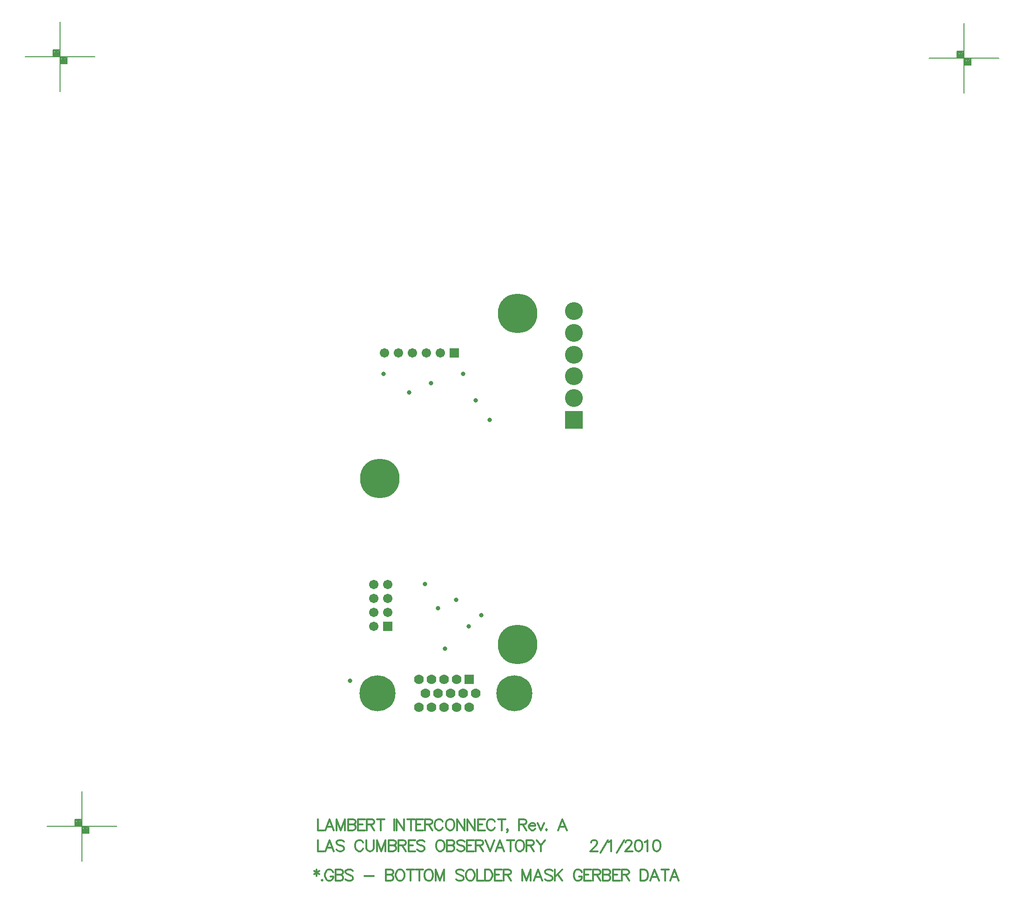
<source format=gbs>
%FSLAX25Y25*%
%MOIN*%
G70*
G01*
G75*
G04 Layer_Color=16711935*
%ADD10C,0.01000*%
%ADD11C,0.03000*%
%ADD12C,0.01201*%
%ADD13C,0.00800*%
%ADD14C,0.01200*%
%ADD15C,0.01201*%
%ADD16R,0.05906X0.05906*%
%ADD17C,0.05906*%
%ADD18C,0.27559*%
%ADD19R,0.05906X0.05906*%
%ADD20R,0.12000X0.12000*%
%ADD21C,0.12000*%
%ADD22C,0.25000*%
%ADD23R,0.06200X0.06200*%
%ADD24C,0.06200*%
%ADD25C,0.02400*%
%ADD26C,0.04000*%
%ADD27C,0.07543*%
%ADD28C,0.19748*%
G04:AMPARAMS|DCode=29|XSize=95.433mil|YSize=95.433mil|CornerRadius=0mil|HoleSize=0mil|Usage=FLASHONLY|Rotation=0.000|XOffset=0mil|YOffset=0mil|HoleType=Round|Shape=Relief|Width=10mil|Gap=10mil|Entries=4|*
%AMTHD29*
7,0,0,0.09543,0.07543,0.01000,45*
%
%ADD29THD29*%
%ADD30C,0.11000*%
G04:AMPARAMS|DCode=31|XSize=130mil|YSize=130mil|CornerRadius=0mil|HoleSize=0mil|Usage=FLASHONLY|Rotation=0.000|XOffset=0mil|YOffset=0mil|HoleType=Round|Shape=Relief|Width=10mil|Gap=10mil|Entries=4|*
%AMTHD31*
7,0,0,0.13000,0.11000,0.01000,45*
%
%ADD31THD31*%
%ADD32C,0.16000*%
%ADD33C,0.07500*%
G04:AMPARAMS|DCode=34|XSize=95mil|YSize=95mil|CornerRadius=0mil|HoleSize=0mil|Usage=FLASHONLY|Rotation=0.000|XOffset=0mil|YOffset=0mil|HoleType=Round|Shape=Relief|Width=10mil|Gap=10mil|Entries=4|*
%AMTHD34*
7,0,0,0.09500,0.07500,0.01000,45*
%
%ADD34THD34*%
%ADD35C,0.05000*%
%ADD36C,0.00500*%
%ADD37C,0.00787*%
%ADD38R,0.18504X0.26378*%
%ADD39R,0.06706X0.06706*%
%ADD40C,0.06706*%
%ADD41C,0.28359*%
%ADD42R,0.06706X0.06706*%
%ADD43R,0.12800X0.12800*%
%ADD44C,0.12800*%
%ADD45C,0.25800*%
%ADD46R,0.07000X0.07000*%
%ADD47C,0.07000*%
%ADD48C,0.03200*%
D12*
X-13844Y-103419D02*
Y-107990D01*
X-15748Y-104562D02*
X-11939Y-106847D01*
Y-104562D02*
X-15748Y-106847D01*
X-9921Y-110656D02*
X-10302Y-111036D01*
X-9921Y-111417D01*
X-9540Y-111036D01*
X-9921Y-110656D01*
X-2075Y-105323D02*
X-2456Y-104562D01*
X-3217Y-103800D01*
X-3979Y-103419D01*
X-5503D01*
X-6264Y-103800D01*
X-7026Y-104562D01*
X-7407Y-105323D01*
X-7788Y-106466D01*
Y-108370D01*
X-7407Y-109513D01*
X-7026Y-110275D01*
X-6264Y-111036D01*
X-5503Y-111417D01*
X-3979D01*
X-3217Y-111036D01*
X-2456Y-110275D01*
X-2075Y-109513D01*
Y-108370D01*
X-3979D02*
X-2075D01*
X-247Y-103419D02*
Y-111417D01*
Y-103419D02*
X3181D01*
X4324Y-103800D01*
X4705Y-104181D01*
X5086Y-104943D01*
Y-105704D01*
X4705Y-106466D01*
X4324Y-106847D01*
X3181Y-107228D01*
X-247D02*
X3181D01*
X4324Y-107609D01*
X4705Y-107990D01*
X5086Y-108751D01*
Y-109894D01*
X4705Y-110656D01*
X4324Y-111036D01*
X3181Y-111417D01*
X-247D01*
X12208Y-104562D02*
X11446Y-103800D01*
X10304Y-103419D01*
X8780D01*
X7637Y-103800D01*
X6876Y-104562D01*
Y-105323D01*
X7257Y-106085D01*
X7637Y-106466D01*
X8399Y-106847D01*
X10684Y-107609D01*
X11446Y-107990D01*
X11827Y-108370D01*
X12208Y-109132D01*
Y-110275D01*
X11446Y-111036D01*
X10304Y-111417D01*
X8780D01*
X7637Y-111036D01*
X6876Y-110275D01*
X20282Y-107990D02*
X27138D01*
X35784Y-103419D02*
Y-111417D01*
Y-103419D02*
X39212D01*
X40354Y-103800D01*
X40735Y-104181D01*
X41116Y-104943D01*
Y-105704D01*
X40735Y-106466D01*
X40354Y-106847D01*
X39212Y-107228D01*
X35784D02*
X39212D01*
X40354Y-107609D01*
X40735Y-107990D01*
X41116Y-108751D01*
Y-109894D01*
X40735Y-110656D01*
X40354Y-111036D01*
X39212Y-111417D01*
X35784D01*
X45191Y-103419D02*
X44429Y-103800D01*
X43668Y-104562D01*
X43287Y-105323D01*
X42906Y-106466D01*
Y-108370D01*
X43287Y-109513D01*
X43668Y-110275D01*
X44429Y-111036D01*
X45191Y-111417D01*
X46715D01*
X47477Y-111036D01*
X48238Y-110275D01*
X48619Y-109513D01*
X49000Y-108370D01*
Y-106466D01*
X48619Y-105323D01*
X48238Y-104562D01*
X47477Y-103800D01*
X46715Y-103419D01*
X45191D01*
X53532D02*
Y-111417D01*
X50866Y-103419D02*
X56199D01*
X59817D02*
Y-111417D01*
X57151Y-103419D02*
X62483D01*
X65720D02*
X64959Y-103800D01*
X64197Y-104562D01*
X63816Y-105323D01*
X63435Y-106466D01*
Y-108370D01*
X63816Y-109513D01*
X64197Y-110275D01*
X64959Y-111036D01*
X65720Y-111417D01*
X67244D01*
X68005Y-111036D01*
X68767Y-110275D01*
X69148Y-109513D01*
X69529Y-108370D01*
Y-106466D01*
X69148Y-105323D01*
X68767Y-104562D01*
X68005Y-103800D01*
X67244Y-103419D01*
X65720D01*
X71395D02*
Y-111417D01*
Y-103419D02*
X74442Y-111417D01*
X77489Y-103419D02*
X74442Y-111417D01*
X77489Y-103419D02*
Y-111417D01*
X91391Y-104562D02*
X90629Y-103800D01*
X89487Y-103419D01*
X87963D01*
X86821Y-103800D01*
X86059Y-104562D01*
Y-105323D01*
X86440Y-106085D01*
X86821Y-106466D01*
X87582Y-106847D01*
X89867Y-107609D01*
X90629Y-107990D01*
X91010Y-108370D01*
X91391Y-109132D01*
Y-110275D01*
X90629Y-111036D01*
X89487Y-111417D01*
X87963D01*
X86821Y-111036D01*
X86059Y-110275D01*
X95466Y-103419D02*
X94705Y-103800D01*
X93943Y-104562D01*
X93562Y-105323D01*
X93181Y-106466D01*
Y-108370D01*
X93562Y-109513D01*
X93943Y-110275D01*
X94705Y-111036D01*
X95466Y-111417D01*
X96990D01*
X97751Y-111036D01*
X98513Y-110275D01*
X98894Y-109513D01*
X99275Y-108370D01*
Y-106466D01*
X98894Y-105323D01*
X98513Y-104562D01*
X97751Y-103800D01*
X96990Y-103419D01*
X95466D01*
X101141D02*
Y-111417D01*
X105712D01*
X106588Y-103419D02*
Y-111417D01*
Y-103419D02*
X109254D01*
X110396Y-103800D01*
X111158Y-104562D01*
X111539Y-105323D01*
X111920Y-106466D01*
Y-108370D01*
X111539Y-109513D01*
X111158Y-110275D01*
X110396Y-111036D01*
X109254Y-111417D01*
X106588D01*
X118661Y-103419D02*
X113710D01*
Y-111417D01*
X118661D01*
X113710Y-107228D02*
X116757D01*
X119994Y-103419D02*
Y-111417D01*
Y-103419D02*
X123422D01*
X124565Y-103800D01*
X124946Y-104181D01*
X125327Y-104943D01*
Y-105704D01*
X124946Y-106466D01*
X124565Y-106847D01*
X123422Y-107228D01*
X119994D01*
X122660D02*
X125327Y-111417D01*
X133401Y-103419D02*
Y-111417D01*
Y-103419D02*
X136448Y-111417D01*
X139495Y-103419D02*
X136448Y-111417D01*
X139495Y-103419D02*
Y-111417D01*
X147874D02*
X144827Y-103419D01*
X141780Y-111417D01*
X142923Y-108751D02*
X146731D01*
X155072Y-104562D02*
X154311Y-103800D01*
X153168Y-103419D01*
X151645D01*
X150502Y-103800D01*
X149740Y-104562D01*
Y-105323D01*
X150121Y-106085D01*
X150502Y-106466D01*
X151264Y-106847D01*
X153549Y-107609D01*
X154311Y-107990D01*
X154692Y-108370D01*
X155072Y-109132D01*
Y-110275D01*
X154311Y-111036D01*
X153168Y-111417D01*
X151645D01*
X150502Y-111036D01*
X149740Y-110275D01*
X156863Y-103419D02*
Y-111417D01*
X162195Y-103419D02*
X156863Y-108751D01*
X158767Y-106847D02*
X162195Y-111417D01*
X175982Y-105323D02*
X175601Y-104562D01*
X174840Y-103800D01*
X174078Y-103419D01*
X172555D01*
X171793Y-103800D01*
X171031Y-104562D01*
X170650Y-105323D01*
X170269Y-106466D01*
Y-108370D01*
X170650Y-109513D01*
X171031Y-110275D01*
X171793Y-111036D01*
X172555Y-111417D01*
X174078D01*
X174840Y-111036D01*
X175601Y-110275D01*
X175982Y-109513D01*
Y-108370D01*
X174078D02*
X175982D01*
X182762Y-103419D02*
X177811D01*
Y-111417D01*
X182762D01*
X177811Y-107228D02*
X180858D01*
X184095Y-103419D02*
Y-111417D01*
Y-103419D02*
X187523D01*
X188665Y-103800D01*
X189046Y-104181D01*
X189427Y-104943D01*
Y-105704D01*
X189046Y-106466D01*
X188665Y-106847D01*
X187523Y-107228D01*
X184095D01*
X186761D02*
X189427Y-111417D01*
X191217Y-103419D02*
Y-111417D01*
Y-103419D02*
X194645D01*
X195788Y-103800D01*
X196168Y-104181D01*
X196549Y-104943D01*
Y-105704D01*
X196168Y-106466D01*
X195788Y-106847D01*
X194645Y-107228D01*
X191217D02*
X194645D01*
X195788Y-107609D01*
X196168Y-107990D01*
X196549Y-108751D01*
Y-109894D01*
X196168Y-110656D01*
X195788Y-111036D01*
X194645Y-111417D01*
X191217D01*
X203291Y-103419D02*
X198339D01*
Y-111417D01*
X203291D01*
X198339Y-107228D02*
X201386D01*
X204624Y-103419D02*
Y-111417D01*
Y-103419D02*
X208052D01*
X209194Y-103800D01*
X209575Y-104181D01*
X209956Y-104943D01*
Y-105704D01*
X209575Y-106466D01*
X209194Y-106847D01*
X208052Y-107228D01*
X204624D01*
X207290D02*
X209956Y-111417D01*
X218030Y-103419D02*
Y-111417D01*
Y-103419D02*
X220696D01*
X221839Y-103800D01*
X222601Y-104562D01*
X222982Y-105323D01*
X223363Y-106466D01*
Y-108370D01*
X222982Y-109513D01*
X222601Y-110275D01*
X221839Y-111036D01*
X220696Y-111417D01*
X218030D01*
X231247D02*
X228200Y-103419D01*
X225153Y-111417D01*
X226295Y-108751D02*
X230104D01*
X235779Y-103419D02*
Y-111417D01*
X233113Y-103419D02*
X238445D01*
X245491Y-111417D02*
X242444Y-103419D01*
X239397Y-111417D01*
X240540Y-108751D02*
X244349D01*
D13*
X-207028Y-72528D02*
X-157028D01*
X-182028Y-97528D02*
Y-47528D01*
X-187028Y-67528D02*
X-187028Y-72528D01*
X-187028Y-67528D02*
X-182028Y-67528D01*
X-177028Y-72528D02*
X-177028Y-77528D01*
X-182028Y-77528D02*
X-177028Y-77528D01*
X-181528Y-73028D02*
X-177528D01*
Y-77028D02*
Y-73028D01*
X-181528Y-77028D02*
X-177528D01*
X-181528D02*
Y-73028D01*
X-181028Y-73528D02*
X-178028D01*
Y-76528D02*
Y-73528D01*
X-181028Y-76528D02*
X-178028D01*
X-181028D02*
Y-74028D01*
X-180528D02*
X-178528D01*
X-178528Y-76028D01*
X-180528Y-76028D02*
X-178528Y-76028D01*
X-180528Y-76028D02*
Y-74528D01*
X-180028Y-74528D02*
X-179028Y-74528D01*
Y-75528D02*
Y-74528D01*
X-180028Y-75528D02*
X-179028D01*
X-180028D02*
X-180028Y-74528D01*
Y-75028D02*
X-179028D01*
X-186528Y-68028D02*
X-182528D01*
Y-72028D02*
Y-68028D01*
X-186528Y-72028D02*
X-182528D01*
X-186528D02*
Y-68028D01*
X-186028Y-68528D02*
X-183028D01*
Y-71528D02*
Y-68528D01*
X-186028Y-71528D02*
X-183028D01*
X-186028D02*
Y-69028D01*
X-185528D02*
X-183528Y-69028D01*
Y-71028D02*
Y-69028D01*
X-185528Y-71028D02*
X-183528D01*
X-185528D02*
Y-69528D01*
X-185028D02*
X-184028D01*
X-184028Y-70528D02*
X-184028Y-69528D01*
X-185028Y-70528D02*
X-184028Y-70528D01*
X-185028Y-70528D02*
Y-69528D01*
Y-70028D02*
X-184028D01*
X-222728Y479172D02*
X-172728D01*
X-197728Y454172D02*
Y504172D01*
X-202728Y484172D02*
X-202728Y479172D01*
X-202728Y484172D02*
X-197728Y484172D01*
X-192728Y479172D02*
X-192728Y474172D01*
X-197728Y474172D02*
X-192728Y474172D01*
X-197228Y478672D02*
X-193228D01*
Y474672D02*
Y478672D01*
X-197228Y474672D02*
X-193228D01*
X-197228D02*
Y478672D01*
X-196728Y478172D02*
X-193728D01*
Y475172D02*
Y478172D01*
X-196728Y475172D02*
X-193728D01*
X-196728D02*
Y477672D01*
X-196228D02*
X-194228D01*
X-194228Y475672D01*
X-196228Y475672D02*
X-194228Y475672D01*
X-196228Y475672D02*
Y477172D01*
X-195728Y477172D02*
X-194728Y477172D01*
Y476172D02*
Y477172D01*
X-195728Y476172D02*
X-194728D01*
X-195728D02*
X-195728Y477172D01*
Y476672D02*
X-194728D01*
X-202228Y483672D02*
X-198228D01*
Y479672D02*
Y483672D01*
X-202228Y479672D02*
X-198228D01*
X-202228D02*
Y483672D01*
X-201728Y483172D02*
X-198728D01*
Y480172D02*
Y483172D01*
X-201728Y480172D02*
X-198728D01*
X-201728D02*
Y482672D01*
X-201228D02*
X-199228Y482672D01*
Y480672D02*
Y482672D01*
X-201227Y480672D02*
X-199228D01*
X-201227D02*
Y482172D01*
X-200728D02*
X-199727D01*
X-199728Y481172D02*
X-199727Y482172D01*
X-200728Y481172D02*
X-199728Y481172D01*
X-200728Y481172D02*
Y482172D01*
Y481672D02*
X-199728D01*
X424872Y478372D02*
X474872D01*
X449872Y453372D02*
Y503372D01*
X444872Y483372D02*
X444873Y478372D01*
X444872Y483372D02*
X449872Y483372D01*
X454872Y478372D02*
X454872Y473372D01*
X449872Y473372D02*
X454872Y473372D01*
X450372Y477872D02*
X454372D01*
Y473872D02*
Y477872D01*
X450372Y473872D02*
X454372D01*
X450372D02*
Y477872D01*
X450872Y477372D02*
X453872D01*
Y474372D02*
Y477372D01*
X450872Y474372D02*
X453872D01*
X450872D02*
Y476872D01*
X451372D02*
X453372D01*
X453372Y474872D01*
X451372Y474872D02*
X453372Y474872D01*
X451372Y474872D02*
Y476372D01*
X451872Y476372D02*
X452872Y476372D01*
Y475372D02*
Y476372D01*
X451872Y475372D02*
X452872D01*
X451872D02*
X451872Y476372D01*
Y475872D02*
X452872D01*
X445372Y482872D02*
X449372D01*
Y478872D02*
Y482872D01*
X445372Y478872D02*
X449372D01*
X445372D02*
Y482872D01*
X445872Y482372D02*
X448872D01*
Y479372D02*
Y482372D01*
X445872Y479372D02*
X448872D01*
X445872D02*
Y481872D01*
X446372D02*
X448372Y481872D01*
Y479872D02*
Y481872D01*
X446373Y479872D02*
X448372D01*
X446373D02*
Y481372D01*
X446872D02*
X447872D01*
X447872Y480372D02*
X447872Y481372D01*
X446872Y480372D02*
X447872Y480372D01*
X446872Y480372D02*
Y481372D01*
Y480872D02*
X447872D01*
D14*
X-13028Y-67283D02*
Y-75281D01*
X-8458D01*
X-1488D02*
X-4535Y-67283D01*
X-7582Y-75281D01*
X-6439Y-72615D02*
X-2631D01*
X378Y-67283D02*
Y-75281D01*
Y-67283D02*
X3425Y-75281D01*
X6472Y-67283D02*
X3425Y-75281D01*
X6472Y-67283D02*
Y-75281D01*
X8758Y-67283D02*
Y-75281D01*
Y-67283D02*
X12185D01*
X13328Y-67664D01*
X13709Y-68045D01*
X14090Y-68806D01*
Y-69568D01*
X13709Y-70330D01*
X13328Y-70711D01*
X12185Y-71092D01*
X8758D02*
X12185D01*
X13328Y-71472D01*
X13709Y-71853D01*
X14090Y-72615D01*
Y-73758D01*
X13709Y-74519D01*
X13328Y-74900D01*
X12185Y-75281D01*
X8758D01*
X20831Y-67283D02*
X15880D01*
Y-75281D01*
X20831D01*
X15880Y-71092D02*
X18927D01*
X22164Y-67283D02*
Y-75281D01*
Y-67283D02*
X25592D01*
X26735Y-67664D01*
X27115Y-68045D01*
X27496Y-68806D01*
Y-69568D01*
X27115Y-70330D01*
X26735Y-70711D01*
X25592Y-71092D01*
X22164D01*
X24830D02*
X27496Y-75281D01*
X31953Y-67283D02*
Y-75281D01*
X29286Y-67283D02*
X34619D01*
X41855D02*
Y-75281D01*
X43531Y-67283D02*
Y-75281D01*
Y-67283D02*
X48863Y-75281D01*
Y-67283D02*
Y-75281D01*
X53738Y-67283D02*
Y-75281D01*
X51072Y-67283D02*
X56404D01*
X62308D02*
X57357D01*
Y-75281D01*
X62308D01*
X57357Y-71092D02*
X60404D01*
X63641Y-67283D02*
Y-75281D01*
Y-67283D02*
X67069D01*
X68211Y-67664D01*
X68592Y-68045D01*
X68973Y-68806D01*
Y-69568D01*
X68592Y-70330D01*
X68211Y-70711D01*
X67069Y-71092D01*
X63641D01*
X66307D02*
X68973Y-75281D01*
X76476Y-69187D02*
X76095Y-68425D01*
X75334Y-67664D01*
X74572Y-67283D01*
X73048D01*
X72287Y-67664D01*
X71525Y-68425D01*
X71144Y-69187D01*
X70763Y-70330D01*
Y-72234D01*
X71144Y-73377D01*
X71525Y-74138D01*
X72287Y-74900D01*
X73048Y-75281D01*
X74572D01*
X75334Y-74900D01*
X76095Y-74138D01*
X76476Y-73377D01*
X81009Y-67283D02*
X80247Y-67664D01*
X79485Y-68425D01*
X79104Y-69187D01*
X78723Y-70330D01*
Y-72234D01*
X79104Y-73377D01*
X79485Y-74138D01*
X80247Y-74900D01*
X81009Y-75281D01*
X82532D01*
X83294Y-74900D01*
X84056Y-74138D01*
X84437Y-73377D01*
X84817Y-72234D01*
Y-70330D01*
X84437Y-69187D01*
X84056Y-68425D01*
X83294Y-67664D01*
X82532Y-67283D01*
X81009D01*
X86684D02*
Y-75281D01*
Y-67283D02*
X92016Y-75281D01*
Y-67283D02*
Y-75281D01*
X94225Y-67283D02*
Y-75281D01*
Y-67283D02*
X99557Y-75281D01*
Y-67283D02*
Y-75281D01*
X106717Y-67283D02*
X101766D01*
Y-75281D01*
X106717D01*
X101766Y-71092D02*
X104813D01*
X113763Y-69187D02*
X113383Y-68425D01*
X112621Y-67664D01*
X111859Y-67283D01*
X110336D01*
X109574Y-67664D01*
X108812Y-68425D01*
X108431Y-69187D01*
X108051Y-70330D01*
Y-72234D01*
X108431Y-73377D01*
X108812Y-74138D01*
X109574Y-74900D01*
X110336Y-75281D01*
X111859D01*
X112621Y-74900D01*
X113383Y-74138D01*
X113763Y-73377D01*
X118677Y-67283D02*
Y-75281D01*
X116011Y-67283D02*
X121343D01*
X123057Y-74900D02*
X122676Y-75281D01*
X122295Y-74900D01*
X122676Y-74519D01*
X123057Y-74900D01*
Y-75662D01*
X122676Y-76424D01*
X122295Y-76805D01*
X131093Y-67283D02*
Y-75281D01*
Y-67283D02*
X134521D01*
X135664Y-67664D01*
X136045Y-68045D01*
X136425Y-68806D01*
Y-69568D01*
X136045Y-70330D01*
X135664Y-70711D01*
X134521Y-71092D01*
X131093D01*
X133759D02*
X136425Y-75281D01*
X138215Y-72234D02*
X142786D01*
Y-71472D01*
X142405Y-70711D01*
X142024Y-70330D01*
X141262Y-69949D01*
X140120D01*
X139358Y-70330D01*
X138596Y-71092D01*
X138215Y-72234D01*
Y-72996D01*
X138596Y-74138D01*
X139358Y-74900D01*
X140120Y-75281D01*
X141262D01*
X142024Y-74900D01*
X142786Y-74138D01*
X144500Y-69949D02*
X146785Y-75281D01*
X149070Y-69949D02*
X146785Y-75281D01*
X150746Y-74519D02*
X150365Y-74900D01*
X150746Y-75281D01*
X151127Y-74900D01*
X150746Y-74519D01*
X165257Y-75281D02*
X162210Y-67283D01*
X159163Y-75281D01*
X160306Y-72615D02*
X164115D01*
D15*
X-13028Y-82284D02*
Y-90283D01*
X-8458D01*
X-1488D02*
X-4535Y-82284D01*
X-7582Y-90283D01*
X-6439Y-87617D02*
X-2631D01*
X5711Y-83427D02*
X4949Y-82665D01*
X3806Y-82284D01*
X2283D01*
X1140Y-82665D01*
X378Y-83427D01*
Y-84189D01*
X759Y-84951D01*
X1140Y-85331D01*
X1902Y-85712D01*
X4187Y-86474D01*
X4949Y-86855D01*
X5330Y-87236D01*
X5711Y-87998D01*
Y-89140D01*
X4949Y-89902D01*
X3806Y-90283D01*
X2283D01*
X1140Y-89902D01*
X378Y-89140D01*
X19498Y-84189D02*
X19117Y-83427D01*
X18355Y-82665D01*
X17594Y-82284D01*
X16070D01*
X15308Y-82665D01*
X14547Y-83427D01*
X14166Y-84189D01*
X13785Y-85331D01*
Y-87236D01*
X14166Y-88378D01*
X14547Y-89140D01*
X15308Y-89902D01*
X16070Y-90283D01*
X17594D01*
X18355Y-89902D01*
X19117Y-89140D01*
X19498Y-88378D01*
X21745Y-82284D02*
Y-87998D01*
X22126Y-89140D01*
X22888Y-89902D01*
X24030Y-90283D01*
X24792D01*
X25935Y-89902D01*
X26697Y-89140D01*
X27077Y-87998D01*
Y-82284D01*
X29286D02*
Y-90283D01*
Y-82284D02*
X32333Y-90283D01*
X35380Y-82284D02*
X32333Y-90283D01*
X35380Y-82284D02*
Y-90283D01*
X37666Y-82284D02*
Y-90283D01*
Y-82284D02*
X41093D01*
X42236Y-82665D01*
X42617Y-83046D01*
X42998Y-83808D01*
Y-84570D01*
X42617Y-85331D01*
X42236Y-85712D01*
X41093Y-86093D01*
X37666D02*
X41093D01*
X42236Y-86474D01*
X42617Y-86855D01*
X42998Y-87617D01*
Y-88759D01*
X42617Y-89521D01*
X42236Y-89902D01*
X41093Y-90283D01*
X37666D01*
X44788Y-82284D02*
Y-90283D01*
Y-82284D02*
X48216D01*
X49358Y-82665D01*
X49739Y-83046D01*
X50120Y-83808D01*
Y-84570D01*
X49739Y-85331D01*
X49358Y-85712D01*
X48216Y-86093D01*
X44788D01*
X47454D02*
X50120Y-90283D01*
X56861Y-82284D02*
X51910D01*
Y-90283D01*
X56861D01*
X51910Y-86093D02*
X54957D01*
X63527Y-83427D02*
X62765Y-82665D01*
X61622Y-82284D01*
X60099D01*
X58956Y-82665D01*
X58195Y-83427D01*
Y-84189D01*
X58575Y-84951D01*
X58956Y-85331D01*
X59718Y-85712D01*
X62003Y-86474D01*
X62765Y-86855D01*
X63146Y-87236D01*
X63527Y-87998D01*
Y-89140D01*
X62765Y-89902D01*
X61622Y-90283D01*
X60099D01*
X58956Y-89902D01*
X58195Y-89140D01*
X73886Y-82284D02*
X73125Y-82665D01*
X72363Y-83427D01*
X71982Y-84189D01*
X71601Y-85331D01*
Y-87236D01*
X71982Y-88378D01*
X72363Y-89140D01*
X73125Y-89902D01*
X73886Y-90283D01*
X75410D01*
X76172Y-89902D01*
X76933Y-89140D01*
X77314Y-88378D01*
X77695Y-87236D01*
Y-85331D01*
X77314Y-84189D01*
X76933Y-83427D01*
X76172Y-82665D01*
X75410Y-82284D01*
X73886D01*
X79561D02*
Y-90283D01*
Y-82284D02*
X82989D01*
X84132Y-82665D01*
X84513Y-83046D01*
X84894Y-83808D01*
Y-84570D01*
X84513Y-85331D01*
X84132Y-85712D01*
X82989Y-86093D01*
X79561D02*
X82989D01*
X84132Y-86474D01*
X84513Y-86855D01*
X84894Y-87617D01*
Y-88759D01*
X84513Y-89521D01*
X84132Y-89902D01*
X82989Y-90283D01*
X79561D01*
X92016Y-83427D02*
X91254Y-82665D01*
X90111Y-82284D01*
X88588D01*
X87445Y-82665D01*
X86684Y-83427D01*
Y-84189D01*
X87064Y-84951D01*
X87445Y-85331D01*
X88207Y-85712D01*
X90492Y-86474D01*
X91254Y-86855D01*
X91635Y-87236D01*
X92016Y-87998D01*
Y-89140D01*
X91254Y-89902D01*
X90111Y-90283D01*
X88588D01*
X87445Y-89902D01*
X86684Y-89140D01*
X98757Y-82284D02*
X93806D01*
Y-90283D01*
X98757D01*
X93806Y-86093D02*
X96853D01*
X100090Y-82284D02*
Y-90283D01*
Y-82284D02*
X103518D01*
X104661Y-82665D01*
X105042Y-83046D01*
X105422Y-83808D01*
Y-84570D01*
X105042Y-85331D01*
X104661Y-85712D01*
X103518Y-86093D01*
X100090D01*
X102756D02*
X105422Y-90283D01*
X107212Y-82284D02*
X110259Y-90283D01*
X113306Y-82284D02*
X110259Y-90283D01*
X120429D02*
X117382Y-82284D01*
X114335Y-90283D01*
X115477Y-87617D02*
X119286D01*
X124961Y-82284D02*
Y-90283D01*
X122295Y-82284D02*
X127627D01*
X130865D02*
X130103Y-82665D01*
X129341Y-83427D01*
X128960Y-84189D01*
X128579Y-85331D01*
Y-87236D01*
X128960Y-88378D01*
X129341Y-89140D01*
X130103Y-89902D01*
X130865Y-90283D01*
X132388D01*
X133150Y-89902D01*
X133912Y-89140D01*
X134292Y-88378D01*
X134673Y-87236D01*
Y-85331D01*
X134292Y-84189D01*
X133912Y-83427D01*
X133150Y-82665D01*
X132388Y-82284D01*
X130865D01*
X136540D02*
Y-90283D01*
Y-82284D02*
X139967D01*
X141110Y-82665D01*
X141491Y-83046D01*
X141872Y-83808D01*
Y-84570D01*
X141491Y-85331D01*
X141110Y-85712D01*
X139967Y-86093D01*
X136540D01*
X139206D02*
X141872Y-90283D01*
X143662Y-82284D02*
X146709Y-86093D01*
Y-90283D01*
X149756Y-82284D02*
X146709Y-86093D01*
X182587Y-84189D02*
Y-83808D01*
X182968Y-83046D01*
X183349Y-82665D01*
X184110Y-82284D01*
X185634D01*
X186396Y-82665D01*
X186776Y-83046D01*
X187157Y-83808D01*
Y-84570D01*
X186776Y-85331D01*
X186015Y-86474D01*
X182206Y-90283D01*
X187538D01*
X189328Y-91425D02*
X194660Y-82284D01*
X195194Y-83808D02*
X195955Y-83427D01*
X197098Y-82284D01*
Y-90283D01*
X201059Y-91425D02*
X206391Y-82284D01*
X207305Y-84189D02*
Y-83808D01*
X207686Y-83046D01*
X208067Y-82665D01*
X208829Y-82284D01*
X210352D01*
X211114Y-82665D01*
X211495Y-83046D01*
X211876Y-83808D01*
Y-84570D01*
X211495Y-85331D01*
X210733Y-86474D01*
X206925Y-90283D01*
X212257D01*
X216332Y-82284D02*
X215189Y-82665D01*
X214428Y-83808D01*
X214047Y-85712D01*
Y-86855D01*
X214428Y-88759D01*
X215189Y-89902D01*
X216332Y-90283D01*
X217094D01*
X218236Y-89902D01*
X218998Y-88759D01*
X219379Y-86855D01*
Y-85712D01*
X218998Y-83808D01*
X218236Y-82665D01*
X217094Y-82284D01*
X216332D01*
X221169Y-83808D02*
X221931Y-83427D01*
X223073Y-82284D01*
Y-90283D01*
X229320Y-82284D02*
X228177Y-82665D01*
X227415Y-83808D01*
X227034Y-85712D01*
Y-86855D01*
X227415Y-88759D01*
X228177Y-89902D01*
X229320Y-90283D01*
X230081D01*
X231224Y-89902D01*
X231986Y-88759D01*
X232367Y-86855D01*
Y-85712D01*
X231986Y-83808D01*
X231224Y-82665D01*
X230081Y-82284D01*
X229320D01*
D39*
X37008Y70866D02*
D03*
D40*
X27008D02*
D03*
X37008Y80866D02*
D03*
X27008D02*
D03*
X37008Y90866D02*
D03*
X27008D02*
D03*
X37008Y100866D02*
D03*
X27008D02*
D03*
X34646Y266929D02*
D03*
X44646D02*
D03*
X54646D02*
D03*
X64646D02*
D03*
X74646D02*
D03*
D41*
X31496Y176969D02*
D03*
X129921Y295079D02*
D03*
Y57874D02*
D03*
D42*
X84646Y266929D02*
D03*
D43*
X170472Y218898D02*
D03*
D44*
Y234498D02*
D03*
Y250098D02*
D03*
Y265698D02*
D03*
Y281298D02*
D03*
Y296898D02*
D03*
D45*
X127756Y22835D02*
D03*
X29756D02*
D03*
D46*
X95551Y32835D02*
D03*
D47*
Y12835D02*
D03*
X100039Y22835D02*
D03*
X86535Y12835D02*
D03*
X91024Y22835D02*
D03*
X86535Y32835D02*
D03*
X77520Y12835D02*
D03*
X82008Y22835D02*
D03*
X77520Y32835D02*
D03*
X68504Y12835D02*
D03*
X72992Y22835D02*
D03*
X68504Y32835D02*
D03*
X59488Y12835D02*
D03*
X63976Y22835D02*
D03*
X59488Y32835D02*
D03*
D48*
X10000Y32000D02*
D03*
X110000Y219000D02*
D03*
X104000Y79000D02*
D03*
X100000Y233000D02*
D03*
X95000Y71000D02*
D03*
X91000Y252000D02*
D03*
X34000D02*
D03*
X86000Y90000D02*
D03*
X78000Y55000D02*
D03*
X73000Y83800D02*
D03*
X68000Y245200D02*
D03*
X63900Y101300D02*
D03*
X52500Y238500D02*
D03*
M02*

</source>
